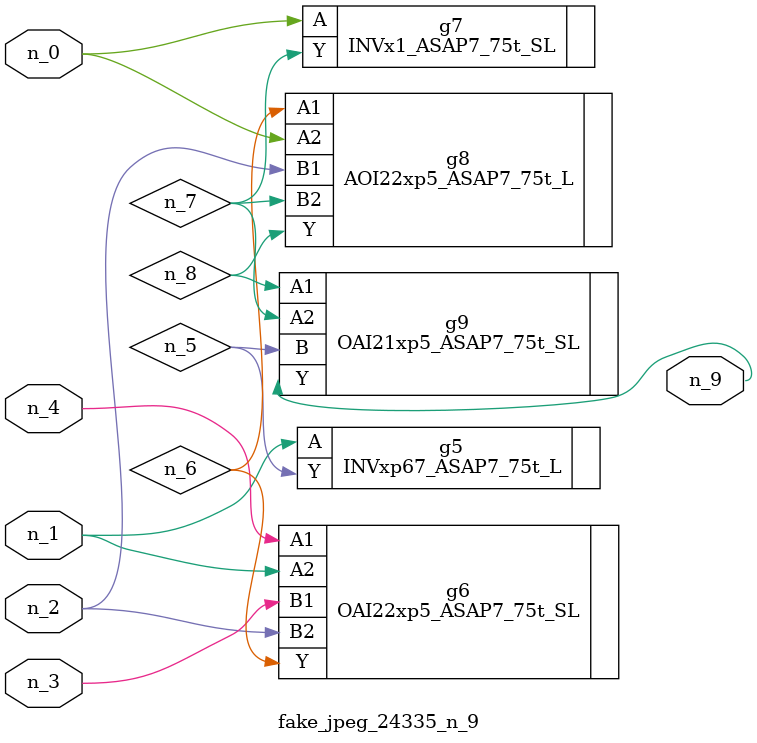
<source format=v>
module fake_jpeg_24335_n_9 (n_3, n_2, n_1, n_0, n_4, n_9);

input n_3;
input n_2;
input n_1;
input n_0;
input n_4;

output n_9;

wire n_8;
wire n_6;
wire n_5;
wire n_7;

INVxp67_ASAP7_75t_L g5 ( 
.A(n_1),
.Y(n_5)
);

OAI22xp5_ASAP7_75t_SL g6 ( 
.A1(n_4),
.A2(n_1),
.B1(n_3),
.B2(n_2),
.Y(n_6)
);

INVx1_ASAP7_75t_SL g7 ( 
.A(n_0),
.Y(n_7)
);

AOI22xp5_ASAP7_75t_L g8 ( 
.A1(n_6),
.A2(n_0),
.B1(n_2),
.B2(n_7),
.Y(n_8)
);

OAI21xp5_ASAP7_75t_SL g9 ( 
.A1(n_8),
.A2(n_7),
.B(n_5),
.Y(n_9)
);


endmodule
</source>
